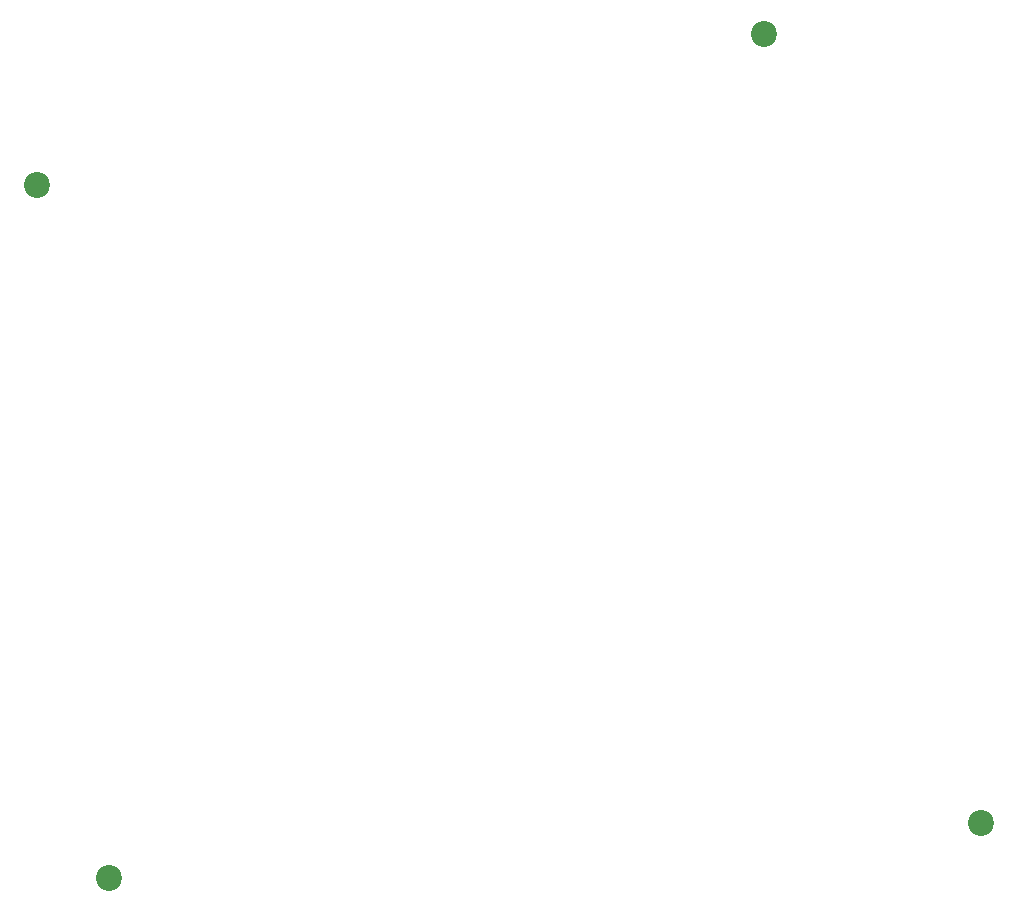
<source format=gts>
G04 #@! TF.GenerationSoftware,KiCad,Pcbnew,8.0.4*
G04 #@! TF.CreationDate,2024-08-16T14:16:44+09:00*
G04 #@! TF.ProjectId,TrueStrike42-top-plate,54727565-5374-4726-996b-6534322d746f,rev?*
G04 #@! TF.SameCoordinates,Original*
G04 #@! TF.FileFunction,Soldermask,Top*
G04 #@! TF.FilePolarity,Negative*
%FSLAX46Y46*%
G04 Gerber Fmt 4.6, Leading zero omitted, Abs format (unit mm)*
G04 Created by KiCad (PCBNEW 8.0.4) date 2024-08-16 14:16:44*
%MOMM*%
%LPD*%
G01*
G04 APERTURE LIST*
%ADD10C,2.200000*%
G04 APERTURE END LIST*
D10*
X31820138Y-66000656D03*
X37926177Y-124721142D03*
X111719724Y-120042547D03*
X93315434Y-53250026D03*
M02*

</source>
